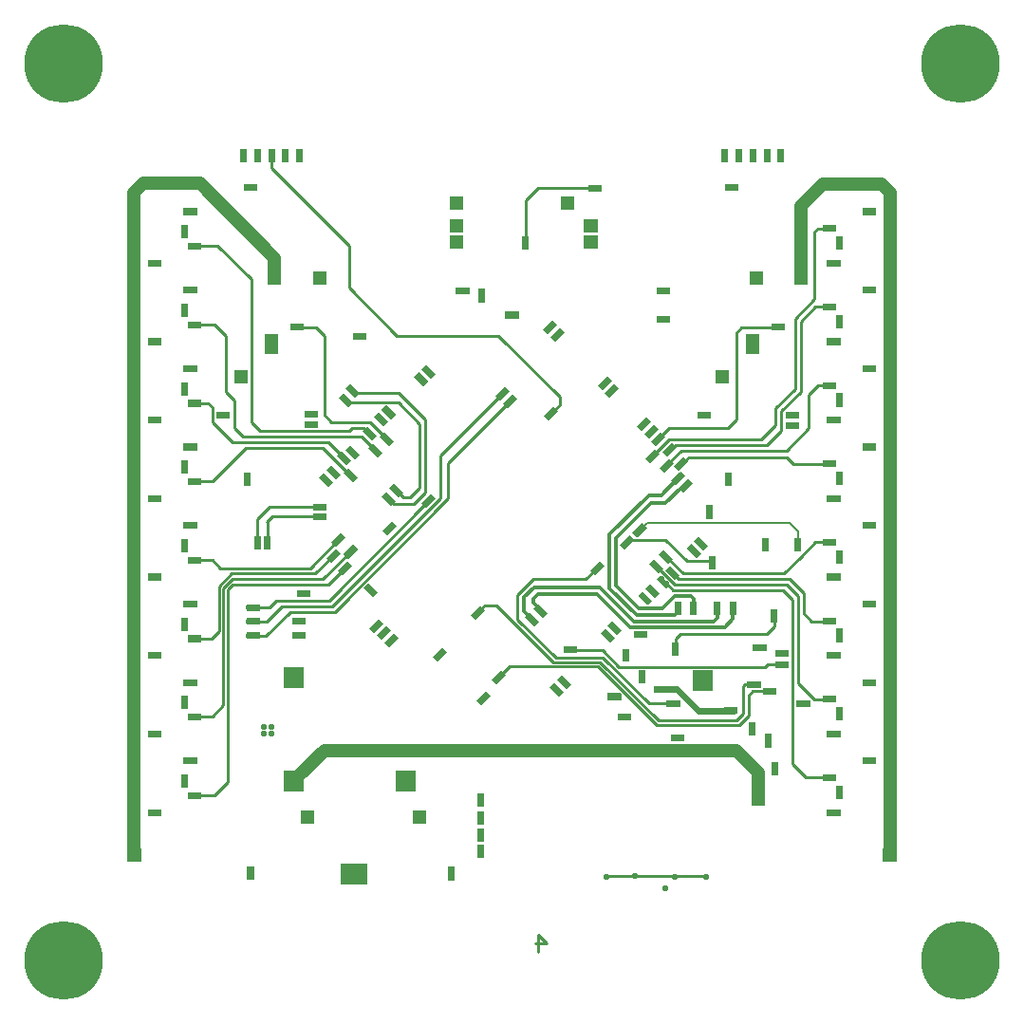
<source format=gbr>
%TF.GenerationSoftware,Altium Limited,Altium Designer,24.0.1 (36)*%
G04 Layer_Physical_Order=4*
G04 Layer_Color=255*
%FSLAX45Y45*%
%MOMM*%
%TF.SameCoordinates,E594D193-3514-40B7-BCFE-BF8AFB9400D8*%
%TF.FilePolarity,Positive*%
%TF.FileFunction,Copper,L4,Bot,Signal*%
%TF.Part,Single*%
G01*
G75*
%TA.AperFunction,Conductor*%
%ADD84C,0.25000*%
%ADD86C,0.25400*%
%ADD88C,0.37000*%
%ADD89C,0.20320*%
%ADD90C,0.60000*%
%ADD93C,0.36876*%
%ADD94C,1.20000*%
%TA.AperFunction,NonConductor*%
%ADD95C,0.25400*%
%TA.AperFunction,ComponentPad*%
%ADD96C,7.00000*%
%ADD97C,1.52400*%
%TA.AperFunction,ViaPad*%
%ADD98C,0.56000*%
G36*
X6929999Y7622500D02*
X6870000D01*
X6869999Y7742500D01*
X6930000D01*
X6929999Y7622500D01*
D02*
G37*
G36*
X6804999D02*
X6745000D01*
X6744999Y7742500D01*
X6805000D01*
X6804999Y7622500D01*
D02*
G37*
G36*
X6679999D02*
X6620000D01*
X6619999Y7742500D01*
X6680000D01*
X6679999Y7622500D01*
D02*
G37*
G36*
X6554999D02*
X6495000D01*
X6494999Y7742500D01*
X6555000D01*
X6554999Y7622500D01*
D02*
G37*
G36*
X6429999D02*
X6370000D01*
X6369999Y7742500D01*
X6430000D01*
X6429999Y7622500D01*
D02*
G37*
G36*
X2634999Y7617500D02*
X2575000D01*
X2574999Y7737500D01*
X2635000D01*
X2634999Y7617500D01*
D02*
G37*
G36*
X2509999D02*
X2450000D01*
X2449999Y7737500D01*
X2510000D01*
X2509999Y7617500D01*
D02*
G37*
G36*
X2384999D02*
X2325000D01*
X2324999Y7737500D01*
X2385000D01*
X2384999Y7617500D01*
D02*
G37*
G36*
X2259999D02*
X2200000D01*
X2199999Y7737500D01*
X2260000D01*
X2259999Y7617500D01*
D02*
G37*
G36*
X2134999D02*
X2075000D01*
X2074999Y7737500D01*
X2135000D01*
X2134999Y7617500D01*
D02*
G37*
G36*
X6522383Y7367643D02*
X6402383D01*
Y7427643D01*
X6522383D01*
Y7367643D01*
D02*
G37*
G36*
X2227383Y7362643D02*
X2107383D01*
Y7422643D01*
X2227383D01*
Y7362643D01*
D02*
G37*
G36*
X5300117Y7359856D02*
X5180118D01*
X5180117Y7419856D01*
X5300117Y7419856D01*
Y7359856D01*
D02*
G37*
G36*
X5053028Y7193242D02*
X4933028D01*
Y7313125D01*
X5053028D01*
Y7193242D01*
D02*
G37*
G36*
X4063028D02*
X3943028D01*
Y7313125D01*
X4063028D01*
Y7193242D01*
D02*
G37*
G36*
X1690000Y7150000D02*
X1570000D01*
Y7210000D01*
X1690000D01*
Y7150000D01*
D02*
G37*
G36*
X7750000Y7209999D02*
Y7149999D01*
X7630000D01*
Y7209999D01*
X7750000Y7209999D01*
D02*
G37*
G36*
X7390000Y6999999D02*
X7270000D01*
Y7059999D01*
X7390000D01*
Y6999999D01*
D02*
G37*
G36*
X5263028Y6993242D02*
X5143028D01*
Y7113125D01*
X5263028D01*
Y6993242D01*
D02*
G37*
G36*
X4063028D02*
X3943028D01*
Y7113125D01*
X4063028D01*
Y6993242D01*
D02*
G37*
G36*
X1610000Y6940000D02*
X1550000D01*
Y7060000D01*
X1610000D01*
X1610000Y6940000D01*
D02*
G37*
G36*
X5263028Y6853242D02*
X5143028D01*
Y6970000D01*
X5263028D01*
Y6853242D01*
D02*
G37*
G36*
X4063028D02*
X3943028D01*
Y6970000D01*
X4063028D01*
Y6853242D01*
D02*
G37*
G36*
X1730000Y6840000D02*
X1610000D01*
Y6900000D01*
X1730000D01*
Y6840000D01*
D02*
G37*
G36*
X7450000Y6839999D02*
X7390000D01*
X7390000Y6959999D01*
X7450000D01*
Y6839999D01*
D02*
G37*
G36*
X4649856Y6839882D02*
X4589856D01*
Y6959882D01*
X4649856Y6959882D01*
X4649856Y6839882D01*
D02*
G37*
G36*
X1370000Y6690000D02*
X1250000Y6690000D01*
Y6750000D01*
X1370000D01*
Y6690000D01*
D02*
G37*
G36*
X7430000Y6689999D02*
X7310000D01*
Y6749999D01*
X7430000D01*
Y6689999D01*
D02*
G37*
G36*
X7137529Y6530000D02*
X7017529D01*
Y6649884D01*
X7137529D01*
Y6530000D01*
D02*
G37*
G36*
X6737529D02*
X6617529D01*
Y6649884D01*
X6737529D01*
Y6530000D01*
D02*
G37*
G36*
X2842528D02*
X2722528D01*
Y6649884D01*
X2842528D01*
Y6530000D01*
D02*
G37*
G36*
X2442529D02*
X2322529D01*
Y6649884D01*
X2442529D01*
Y6530000D01*
D02*
G37*
G36*
X7750000Y6509999D02*
Y6449999D01*
X7630000D01*
Y6509999D01*
X7750000Y6509999D01*
D02*
G37*
G36*
X1690000Y6449999D02*
X1570000D01*
Y6509999D01*
X1690000D01*
Y6449999D01*
D02*
G37*
G36*
X5911568Y6443210D02*
X5791568Y6443210D01*
X5791569Y6503211D01*
X5911568Y6503211D01*
Y6443210D01*
D02*
G37*
G36*
X4119424Y6502856D02*
Y6442856D01*
X3999424Y6442856D01*
Y6502856D01*
X4119424Y6502856D01*
D02*
G37*
G36*
X4262856Y6370576D02*
X4202856D01*
X4202856Y6490576D01*
X4262856D01*
X4262856Y6370576D01*
D02*
G37*
G36*
X7390000Y6299999D02*
X7270000D01*
Y6359999D01*
X7390000D01*
Y6299999D01*
D02*
G37*
G36*
X1610000Y6239999D02*
X1550000D01*
Y6359999D01*
X1610000D01*
X1610000Y6239999D01*
D02*
G37*
G36*
X4560576Y6227144D02*
X4440576D01*
Y6287144D01*
X4560576Y6287144D01*
Y6227144D01*
D02*
G37*
G36*
X5911568Y6188210D02*
X5791568Y6188210D01*
X5791569Y6248211D01*
X5911568Y6248211D01*
Y6188210D01*
D02*
G37*
G36*
X7450000Y6139999D02*
X7390000D01*
X7390000Y6259999D01*
X7450000D01*
Y6139999D01*
D02*
G37*
G36*
X1730000Y6139999D02*
X1610000D01*
Y6199999D01*
X1730000D01*
Y6139999D01*
D02*
G37*
G36*
X6937383Y6117643D02*
X6817383D01*
Y6177643D01*
X6937383D01*
Y6117643D01*
D02*
G37*
G36*
X2642383D02*
X2522383D01*
Y6177643D01*
X2642383D01*
Y6117643D01*
D02*
G37*
G36*
X4900052Y6169653D02*
X4815200Y6084800D01*
X4772773Y6127227D01*
X4857626Y6212080D01*
X4900052Y6169653D01*
D02*
G37*
G36*
X3201568Y6033210D02*
X3081568Y6033210D01*
X3081569Y6093211D01*
X3201568Y6093211D01*
Y6033210D01*
D02*
G37*
G36*
X4966621Y6103085D02*
X4881768Y6018232D01*
X4839342Y6060658D01*
X4924194Y6145511D01*
X4966621Y6103085D01*
D02*
G37*
G36*
X7430000Y5989999D02*
X7310000D01*
Y6049999D01*
X7430000D01*
Y5989999D01*
D02*
G37*
G36*
X1370000Y5989999D02*
X1250000Y5989999D01*
Y6049999D01*
X1370000D01*
Y5989999D01*
D02*
G37*
G36*
X6710000Y6030000D02*
Y5970000D01*
Y5910000D01*
X6590000Y5910000D01*
Y5970000D01*
Y6030000D01*
X6710000D01*
X6590000Y6030000D01*
Y6090000D01*
X6710000D01*
Y6030000D01*
D02*
G37*
G36*
X2415000D02*
Y5970000D01*
Y5910000D01*
X2295000Y5910000D01*
Y5970000D01*
Y6030000D01*
X2415000D01*
X2295000Y6030000D01*
Y6090000D01*
X2415000D01*
Y6030000D01*
D02*
G37*
G36*
X7750000Y5809999D02*
Y5749999D01*
X7630000D01*
Y5810000D01*
X7750000Y5809999D01*
D02*
G37*
G36*
X1690000Y5749999D02*
X1570000D01*
Y5809999D01*
X1690000D01*
Y5749999D01*
D02*
G37*
G36*
X3821768Y5731768D02*
X3779342Y5689342D01*
X3694489Y5774194D01*
X3736915Y5816621D01*
X3821768Y5731768D01*
D02*
G37*
G36*
X2140028Y5650000D02*
X2020028D01*
Y5769883D01*
X2140028D01*
Y5650000D01*
D02*
G37*
G36*
X6433028Y5643242D02*
X6313028D01*
Y5763125D01*
X6433028D01*
Y5643242D01*
D02*
G37*
G36*
X3755200Y5665200D02*
X3712773Y5622773D01*
X3627920Y5707626D01*
X3670347Y5750053D01*
X3755200Y5665200D01*
D02*
G37*
G36*
X7390000Y5599999D02*
X7270000D01*
Y5660000D01*
X7390000D01*
Y5599999D01*
D02*
G37*
G36*
X5390052Y5669653D02*
X5305200Y5584800D01*
X5262773Y5627227D01*
X5347626Y5712080D01*
X5390052Y5669653D01*
D02*
G37*
G36*
X1610000Y5539999D02*
X1550000D01*
Y5659999D01*
X1610000D01*
X1610000Y5539999D01*
D02*
G37*
G36*
X3142583Y5562375D02*
X3100156Y5519948D01*
X3015303Y5604801D01*
X3057730Y5647228D01*
X3142583Y5562375D01*
D02*
G37*
G36*
X5456621Y5603085D02*
X5371768Y5518232D01*
X5329342Y5560658D01*
X5414194Y5645511D01*
X5456621Y5603085D01*
D02*
G37*
G36*
X4480053Y5579653D02*
X4395200Y5494800D01*
X4352773Y5537227D01*
X4437626Y5622080D01*
X4480053Y5579653D01*
D02*
G37*
G36*
X7450000Y5440000D02*
X7390000D01*
X7390000Y5560000D01*
X7450000D01*
Y5440000D01*
D02*
G37*
G36*
X1730000Y5439999D02*
X1610000D01*
Y5499999D01*
X1730000D01*
Y5439999D01*
D02*
G37*
G36*
X3086015Y5480806D02*
X3043588Y5438380D01*
X2958735Y5523233D01*
X3001162Y5565659D01*
X3086015Y5480806D01*
D02*
G37*
G36*
X4546621Y5513085D02*
X4461768Y5428232D01*
X4419342Y5470658D01*
X4504194Y5555511D01*
X4546621Y5513085D01*
D02*
G37*
G36*
X2770000Y5340000D02*
X2650000Y5340000D01*
Y5400000D01*
X2770000D01*
Y5340000D01*
D02*
G37*
G36*
X7064882Y5330144D02*
X6944882Y5330144D01*
Y5390144D01*
X7064882D01*
Y5330144D01*
D02*
G37*
G36*
X6277500Y5330000D02*
X6157500Y5330001D01*
Y5390000D01*
X6277500D01*
Y5330000D01*
D02*
G37*
G36*
X1982500D02*
X1862500Y5330001D01*
Y5390000D01*
X1982500D01*
Y5330000D01*
D02*
G37*
G36*
X3461768Y5371768D02*
X3419342Y5329342D01*
X3334489Y5414194D01*
X3369601Y5449306D01*
X3384230D01*
X3461768Y5371768D01*
D02*
G37*
G36*
X4915053Y5402153D02*
X4830200Y5317300D01*
X4787774Y5359727D01*
X4872626Y5444580D01*
X4915053Y5402153D01*
D02*
G37*
G36*
X7430000Y5289999D02*
X7310000D01*
Y5349999D01*
X7430000D01*
Y5289999D01*
D02*
G37*
G36*
X1370000Y5289999D02*
X1250000Y5289999D01*
Y5349999D01*
X1370000D01*
Y5289999D01*
D02*
G37*
G36*
X3395200Y5305200D02*
X3352773Y5262773D01*
X3267920Y5347626D01*
X3310347Y5390052D01*
X3395200Y5305200D01*
D02*
G37*
G36*
X2769882Y5252644D02*
X2649882Y5252644D01*
Y5312644D01*
X2769882D01*
Y5252644D01*
D02*
G37*
G36*
X7065393Y5242692D02*
X6945393Y5242692D01*
Y5302692D01*
X7065393D01*
Y5242692D01*
D02*
G37*
G36*
X5740053Y5309653D02*
X5655200Y5224800D01*
X5612773Y5267227D01*
X5697626Y5352080D01*
X5740053Y5309653D01*
D02*
G37*
G36*
X5806621Y5243085D02*
X5721768Y5158232D01*
X5679342Y5200658D01*
X5764194Y5285511D01*
X5806621Y5243085D01*
D02*
G37*
G36*
X3292426Y5185000D02*
X3250000Y5142574D01*
X3165147Y5227426D01*
X3207574Y5269853D01*
X3292426Y5185000D01*
D02*
G37*
G36*
X3442261Y5132390D02*
X3399834Y5089963D01*
X3314982Y5174816D01*
X3357408Y5217242D01*
X3442261Y5132390D01*
D02*
G37*
G36*
X5867243Y5172592D02*
X5782390Y5087739D01*
X5739964Y5130166D01*
X5824816Y5215018D01*
X5867243Y5172592D01*
D02*
G37*
G36*
X7750000Y5109999D02*
Y5050000D01*
X7630000D01*
Y5110000D01*
X7750000Y5109999D01*
D02*
G37*
G36*
X1690000Y5049999D02*
X1570000D01*
Y5109999D01*
X1690000D01*
Y5049999D01*
D02*
G37*
G36*
X5970710Y5078284D02*
X5885858Y4993432D01*
X5843431Y5035858D01*
X5928284Y5120711D01*
X5970710Y5078284D01*
D02*
G37*
G36*
X3344853Y5032574D02*
X3302426Y4990147D01*
X3217574Y5075000D01*
X3260000Y5117426D01*
X3344853Y5032574D01*
D02*
G37*
G36*
X3141569Y5010000D02*
X3099142Y4967574D01*
X3014289Y5052427D01*
X3056716Y5094853D01*
X3141569Y5010000D01*
D02*
G37*
G36*
X5814853Y5022426D02*
X5730000Y4937574D01*
X5687574Y4980000D01*
X5772426Y5064853D01*
X5814853Y5022426D01*
D02*
G37*
G36*
X3066569Y4960000D02*
X3024142Y4917574D01*
X2939290Y5002427D01*
X2981716Y5044853D01*
X3066569Y4960000D01*
D02*
G37*
G36*
X7390000Y4900000D02*
X7270000D01*
Y4960000D01*
X7390000D01*
Y4900000D01*
D02*
G37*
G36*
X6071924Y4949498D02*
X5987071Y4864645D01*
X5944644Y4907071D01*
X6029497Y4991924D01*
X6071924Y4949498D01*
D02*
G37*
G36*
X5941924Y4939498D02*
X5857071Y4854645D01*
X5814645Y4897071D01*
X5899497Y4981924D01*
X5941924Y4939498D01*
D02*
G37*
G36*
X1610000Y4839999D02*
X1550000D01*
Y4959999D01*
X1610000D01*
X1610000Y4839999D01*
D02*
G37*
G36*
X2971768Y4831768D02*
X2929342Y4789342D01*
X2844489Y4874194D01*
X2886915Y4916621D01*
X2971768Y4831768D01*
D02*
G37*
G36*
X3124853Y4812573D02*
X3082426Y4770146D01*
X2997574Y4854999D01*
X3040000Y4897425D01*
X3124853Y4812573D01*
D02*
G37*
G36*
X7450000Y4740000D02*
X7390000D01*
X7390000Y4860000D01*
X7450000D01*
Y4740000D01*
D02*
G37*
G36*
X1730000Y4739999D02*
X1610000D01*
Y4799999D01*
X1730000D01*
Y4739999D01*
D02*
G37*
G36*
X6044780Y4822279D02*
X5959927Y4737427D01*
X5917500Y4779853D01*
X5989587Y4851940D01*
X5996791Y4854925D01*
X6004463Y4862596D01*
X6044780Y4822279D01*
D02*
G37*
G36*
X6462383Y4732644D02*
X6402383D01*
X6402383Y4852644D01*
X6462383D01*
Y4732644D01*
D02*
G37*
G36*
X2167383D02*
X2107383D01*
X2107383Y4852644D01*
X2167383D01*
Y4732644D01*
D02*
G37*
G36*
X2905200Y4765200D02*
X2862773Y4722773D01*
X2777920Y4807626D01*
X2820347Y4850053D01*
X2905200Y4765200D01*
D02*
G37*
G36*
X6114780Y4757279D02*
X6029927Y4672427D01*
X5987500Y4714853D01*
X6072353Y4799706D01*
X6114780Y4757279D01*
D02*
G37*
G36*
X3531265Y4671767D02*
X3488838Y4629341D01*
X3403985Y4714194D01*
X3446412Y4756620D01*
X3531265Y4671767D01*
D02*
G37*
G36*
X7430000Y4589999D02*
X7310000D01*
Y4650000D01*
X7430000D01*
Y4589999D01*
D02*
G37*
G36*
X1370000Y4589999D02*
X1250000Y4589999D01*
Y4649999D01*
X1370000D01*
Y4589999D01*
D02*
G37*
G36*
X3462427Y4597574D02*
X3420000Y4555147D01*
X3335147Y4640000D01*
X3377574Y4682426D01*
X3462427Y4597574D01*
D02*
G37*
G36*
X3820053Y4619653D02*
X3735200Y4534800D01*
X3692773Y4577227D01*
X3777626Y4662080D01*
X3820053Y4619653D01*
D02*
G37*
G36*
X2848431Y4575932D02*
X2848431Y4515932D01*
X2728431Y4515932D01*
Y4575932D01*
X2848431Y4575932D01*
D02*
G37*
G36*
X6287856Y4440576D02*
X6227856D01*
X6227856Y4560576D01*
X6287856D01*
Y4440576D01*
D02*
G37*
G36*
X2848431Y4425932D02*
X2728431Y4425932D01*
Y4485932D01*
X2848431Y4485932D01*
X2848431Y4425932D01*
D02*
G37*
G36*
X7750000Y4410000D02*
Y4350000D01*
X7630000D01*
Y4410000D01*
X7750000Y4410000D01*
D02*
G37*
G36*
X1690000Y4349999D02*
X1570000D01*
Y4410000D01*
X1690000D01*
Y4349999D01*
D02*
G37*
G36*
X3472479Y4374592D02*
X3387626Y4289739D01*
X3345199Y4332166D01*
X3430052Y4417019D01*
X3472479Y4374592D01*
D02*
G37*
G36*
X5702500Y4360147D02*
X5620805Y4278452D01*
X5614490D01*
X5575220Y4317721D01*
X5660074Y4402574D01*
X5702500Y4360147D01*
D02*
G37*
G36*
X7390000Y4200000D02*
X7270000D01*
Y4260000D01*
X7390000D01*
Y4200000D01*
D02*
G37*
G36*
X3018285Y4275857D02*
X2933432Y4191005D01*
X2891006Y4233431D01*
X2975859Y4318284D01*
X3018285Y4275857D01*
D02*
G37*
G36*
X2348210Y4288431D02*
X2348210Y4168432D01*
X2288210D01*
X2288210Y4288432D01*
X2348210Y4288431D01*
D02*
G37*
G36*
X2258211D02*
X2258211Y4168432D01*
X2198210D01*
X2198210Y4288432D01*
X2258211Y4288431D01*
D02*
G37*
G36*
X5592446Y4252758D02*
X5507593Y4167905D01*
X5465166Y4210332D01*
X5550019Y4295185D01*
X5592446Y4252758D01*
D02*
G37*
G36*
X6251768Y4201768D02*
X6209342Y4159342D01*
X6124489Y4244194D01*
X6166915Y4286621D01*
X6251768Y4201768D01*
D02*
G37*
G36*
X6789948Y4150157D02*
X6729947Y4150156D01*
X6729948Y4270156D01*
X6789948Y4270157D01*
Y4150157D01*
D02*
G37*
G36*
X7079948Y4150156D02*
X7019948Y4150156D01*
X7019948Y4270156D01*
X7079948Y4270156D01*
Y4150156D01*
D02*
G37*
G36*
X1610000Y4139999D02*
X1550000D01*
Y4259999D01*
X1610000D01*
X1610000Y4139999D01*
D02*
G37*
G36*
X6185200Y4135200D02*
X6142773Y4092773D01*
X6057920Y4177626D01*
X6100347Y4220053D01*
X6185200Y4135200D01*
D02*
G37*
G36*
X3123285Y4170000D02*
X3038433Y4085147D01*
X2996006Y4127573D01*
X3080859Y4212426D01*
X3123285Y4170000D01*
D02*
G37*
G36*
X2968285Y4130000D02*
X2883432Y4045147D01*
X2841005Y4087573D01*
X2925858Y4172426D01*
X2968285Y4130000D01*
D02*
G37*
G36*
X5934142Y4084143D02*
X5891716Y4041716D01*
X5806863Y4126569D01*
X5849289Y4168995D01*
X5934142Y4084143D01*
D02*
G37*
G36*
X7450000Y4040000D02*
X7390000D01*
X7390000Y4160000D01*
X7450000D01*
Y4040000D01*
D02*
G37*
G36*
X1730000Y4039999D02*
X1610000D01*
Y4099999D01*
X1730000D01*
Y4039999D01*
D02*
G37*
G36*
X6319948Y3990156D02*
X6259948Y3990156D01*
X6259948Y4110156D01*
X6319948Y4110156D01*
Y3990156D01*
D02*
G37*
G36*
X5850711Y3997574D02*
X5808284Y3955147D01*
X5723432Y4040000D01*
X5765858Y4082426D01*
X5850711Y3997574D01*
D02*
G37*
G36*
X5322500Y4020148D02*
X5237647Y3935295D01*
X5195220Y3977721D01*
X5280073Y4062574D01*
X5322500Y4020148D01*
D02*
G37*
G36*
X3076569Y4020000D02*
X2991716Y3935147D01*
X2949290Y3977573D01*
X3034143Y4062426D01*
X3076569Y4020000D01*
D02*
G37*
G36*
X5994142Y3934143D02*
X5951716Y3891716D01*
X5866863Y3976569D01*
X5909289Y4018995D01*
X5994142Y3934143D01*
D02*
G37*
G36*
X7430000Y3890000D02*
X7310000D01*
Y3950000D01*
X7430000D01*
Y3890000D01*
D02*
G37*
G36*
X1370000Y3889999D02*
X1250000Y3890000D01*
Y3949999D01*
X1370000D01*
Y3889999D01*
D02*
G37*
G36*
X5913903Y3855619D02*
X5872929Y3814644D01*
X5788076Y3899497D01*
X5829050Y3940472D01*
X5913903Y3855619D01*
D02*
G37*
G36*
X2701568Y3743210D02*
X2581568Y3743210D01*
X2581569Y3803211D01*
X2701568Y3803211D01*
Y3743210D01*
D02*
G37*
G36*
X3299461Y3785522D02*
X3257034Y3743095D01*
X3173232Y3826896D01*
X3215659Y3869323D01*
X3299461Y3785522D01*
D02*
G37*
G36*
X5818545Y3778839D02*
X5776118Y3736413D01*
X5691265Y3821265D01*
X5733692Y3863692D01*
X5818545Y3778839D01*
D02*
G37*
G36*
X5751976Y3712271D02*
X5711517Y3671811D01*
X5707583D01*
X5624697Y3754697D01*
X5667124Y3797124D01*
X5751976Y3712271D01*
D02*
G37*
G36*
X7750000Y3710000D02*
Y3650000D01*
X7630000D01*
Y3710000D01*
X7750000Y3710000D01*
D02*
G37*
G36*
X1690000Y3650000D02*
X1570000D01*
Y3710000D01*
X1690000D01*
Y3650000D01*
D02*
G37*
G36*
X2254068Y3618210D02*
X2134068Y3618210D01*
X2134069Y3678211D01*
X2254068Y3678211D01*
Y3618210D01*
D02*
G37*
G36*
X6500052Y3579844D02*
X6440052Y3579843D01*
Y3699844D01*
X6500052Y3699844D01*
Y3579844D01*
D02*
G37*
G36*
X6360052D02*
X6300052Y3579843D01*
Y3699844D01*
X6360052Y3699844D01*
Y3579844D01*
D02*
G37*
G36*
X6150052D02*
X6090052Y3579843D01*
Y3699844D01*
X6150052Y3699844D01*
Y3579844D01*
D02*
G37*
G36*
X6010052D02*
X5950052Y3579843D01*
Y3699844D01*
X6010052Y3699844D01*
Y3579844D01*
D02*
G37*
G36*
X4817574Y3599927D02*
X4775148Y3557500D01*
X4690295Y3642353D01*
X4732721Y3684780D01*
X4817574Y3599927D01*
D02*
G37*
G36*
X4263085Y3624194D02*
X4178232Y3539341D01*
X4135805Y3581768D01*
X4220658Y3666621D01*
X4263085Y3624194D01*
D02*
G37*
G36*
X6869948Y3510157D02*
X6809948Y3510156D01*
X6809948Y3630156D01*
X6869948Y3630157D01*
Y3510157D01*
D02*
G37*
G36*
X7390000Y3500000D02*
X7270000D01*
Y3560000D01*
X7390000D01*
Y3500000D01*
D02*
G37*
G36*
X2661568Y3493210D02*
X2541568Y3493210D01*
X2541568Y3553211D01*
X2661568Y3553211D01*
Y3493210D01*
D02*
G37*
G36*
X2254068D02*
X2134068Y3493210D01*
X2134069Y3553211D01*
X2254068Y3553211D01*
Y3493210D01*
D02*
G37*
G36*
X4742574Y3524927D02*
X4700148Y3482500D01*
X4615295Y3567353D01*
X4657721Y3609780D01*
X4742574Y3524927D01*
D02*
G37*
G36*
X1610000Y3439999D02*
X1550000D01*
Y3559999D01*
X1610000D01*
X1610000Y3439999D01*
D02*
G37*
G36*
X3350658Y3509342D02*
X3265806Y3424489D01*
X3223379Y3466915D01*
X3308232Y3551768D01*
X3350658Y3509342D01*
D02*
G37*
G36*
X5482080Y3442374D02*
X5439653Y3399947D01*
X5354800Y3484800D01*
X5397227Y3527227D01*
X5482080Y3442374D01*
D02*
G37*
G36*
X5709844Y3379948D02*
X5589844Y3379948D01*
X5589844Y3439948D01*
X5709844D01*
X5709844Y3379948D01*
D02*
G37*
G36*
X2661568Y3368210D02*
X2541568Y3368210D01*
X2541568Y3428211D01*
X2661568Y3428211D01*
Y3368210D01*
D02*
G37*
G36*
X2254068Y3365710D02*
X2134068Y3365710D01*
X2134069Y3425710D01*
X2254068Y3425711D01*
Y3365710D01*
D02*
G37*
G36*
X3417227Y3442773D02*
X3332374Y3357920D01*
X3289947Y3400347D01*
X3374800Y3485200D01*
X3417227Y3442773D01*
D02*
G37*
G36*
X7450000Y3340000D02*
X7390000D01*
X7390000Y3460000D01*
X7450000D01*
Y3340000D01*
D02*
G37*
G36*
X1730000Y3339999D02*
X1610000D01*
Y3400000D01*
X1730000D01*
Y3339999D01*
D02*
G37*
G36*
X5415511Y3375806D02*
X5373085Y3333379D01*
X5288232Y3418232D01*
X5330658Y3460658D01*
X5415511Y3375806D01*
D02*
G37*
G36*
X3488063Y3375902D02*
X3403210Y3291050D01*
X3360784Y3333476D01*
X3445636Y3418329D01*
X3488063Y3375902D01*
D02*
G37*
G36*
X6770156Y3320052D02*
X6770156Y3260052D01*
X6650156Y3260052D01*
X6650156Y3320053D01*
X6770156Y3320052D01*
D02*
G37*
G36*
X5080000Y3242500D02*
X4960000Y3242500D01*
Y3302501D01*
X5080000D01*
Y3242500D01*
D02*
G37*
G36*
X5990052Y3219844D02*
X5930052Y3219843D01*
Y3339843D01*
X5990053Y3339844D01*
X5990052Y3219844D01*
D02*
G37*
G36*
X6970156Y3270052D02*
X6970156Y3210053D01*
X6850156Y3210052D01*
X6850156Y3270053D01*
X6970156Y3270052D01*
D02*
G37*
G36*
X7430000Y3190000D02*
X7310000D01*
Y3250000D01*
X7430000D01*
Y3190000D01*
D02*
G37*
G36*
X1370000Y3189999D02*
X1250000Y3190000D01*
Y3250000D01*
X1370000D01*
Y3189999D01*
D02*
G37*
G36*
X3922479Y3254592D02*
X3837626Y3169739D01*
X3795199Y3212166D01*
X3880052Y3297019D01*
X3922479Y3254592D01*
D02*
G37*
G36*
X5546790Y3165746D02*
X5486789D01*
X5486789Y3279068D01*
X5546790D01*
X5546790Y3165746D01*
D02*
G37*
G36*
X6970156Y3170052D02*
X6970156Y3110052D01*
X6850156Y3110052D01*
X6850156Y3170053D01*
X6970156Y3170052D01*
D02*
G37*
G36*
X5693211Y3088431D02*
X5693211Y2968432D01*
X5633210D01*
X5633210Y3088432D01*
X5693211Y3088431D01*
D02*
G37*
G36*
X4443085Y3044195D02*
X4358232Y2959342D01*
X4315805Y3001768D01*
X4400658Y3086621D01*
X4443085Y3044195D01*
D02*
G37*
G36*
X7750000Y3010000D02*
Y2950000D01*
X7630000D01*
Y3010000D01*
X7750000Y3010000D01*
D02*
G37*
G36*
X1690000Y2950000D02*
X1570000D01*
Y3010000D01*
X1690000D01*
Y2950000D01*
D02*
G37*
G36*
X2639999Y2932500D02*
X2459856D01*
Y3114883D01*
X2639999D01*
Y2932500D01*
D02*
G37*
G36*
X6719883Y2930143D02*
X6599883D01*
Y2990143D01*
X6719883D01*
Y2930143D01*
D02*
G37*
G36*
X5032080Y2962374D02*
X4989653Y2919947D01*
X4904800Y3004800D01*
X4947227Y3047227D01*
X5032080Y2962374D01*
D02*
G37*
G36*
X6289999Y2907500D02*
X6109856D01*
Y3089883D01*
X6289999D01*
Y2907500D01*
D02*
G37*
G36*
X5889844Y2889947D02*
X5769844Y2889948D01*
X5769843Y2949948D01*
X5889843D01*
X5889844Y2889947D01*
D02*
G37*
G36*
X6859883Y2870143D02*
X6739883D01*
Y2930143D01*
X6859883D01*
Y2870143D01*
D02*
G37*
G36*
X4965512Y2895805D02*
X4923085Y2853379D01*
X4838232Y2938232D01*
X4880659Y2980658D01*
X4965512Y2895805D01*
D02*
G37*
G36*
X5474068Y2879595D02*
Y2823210D01*
X5354068Y2823210D01*
X5354069Y2883210D01*
X5470453Y2883211D01*
X5474068Y2879595D01*
D02*
G37*
G36*
X7390000Y2800000D02*
X7270000D01*
Y2860000D01*
X7390000D01*
Y2800000D01*
D02*
G37*
G36*
X4312479Y2864592D02*
X4227626Y2779739D01*
X4185199Y2822166D01*
X4270052Y2907019D01*
X4312479Y2864592D01*
D02*
G37*
G36*
X7160156Y2820052D02*
X7160157Y2760052D01*
X7040157Y2760052D01*
X7040156Y2820053D01*
X7160156Y2820052D01*
D02*
G37*
G36*
X5999844Y2759947D02*
X5879844Y2759948D01*
X5879843Y2819948D01*
X5999843D01*
X5999844Y2759947D01*
D02*
G37*
G36*
X1610000Y2740000D02*
X1550000D01*
Y2860000D01*
X1610000D01*
X1610000Y2740000D01*
D02*
G37*
G36*
X6510156Y2760052D02*
X6510157Y2700052D01*
X6390157D01*
X6390156Y2760052D01*
X6510156Y2760052D01*
D02*
G37*
G36*
X5560156Y2700052D02*
X5560157Y2640052D01*
X5440157Y2640052D01*
X5440156Y2700053D01*
X5560156Y2700052D01*
D02*
G37*
G36*
X7450000Y2640000D02*
X7390000D01*
X7390000Y2760000D01*
X7450000D01*
Y2640000D01*
D02*
G37*
G36*
X1730000Y2640000D02*
X1610000D01*
Y2700000D01*
X1730000D01*
Y2640000D01*
D02*
G37*
G36*
X2322039Y2609576D02*
X2321627Y2609181D01*
X2321220Y2608780D01*
X2320819Y2608373D01*
X2320424Y2607961D01*
X2320035Y2607544D01*
X2320000Y2607505D01*
X2319965Y2607544D01*
X2319576Y2607961D01*
X2319181Y2608373D01*
X2318780Y2608780D01*
X2318374Y2609181D01*
X2317961Y2609576D01*
X2317631Y2609884D01*
X2322369D01*
X2322039Y2609576D01*
D02*
G37*
G36*
X2382528Y2604463D02*
X2382521Y2604474D01*
X2382174Y2604928D01*
X2381821Y2605377D01*
X2381462Y2605820D01*
X2381097Y2606259D01*
X2380726Y2606693D01*
X2380349Y2607121D01*
X2379965Y2607544D01*
X2379576Y2607961D01*
X2379181Y2608373D01*
X2378780Y2608780D01*
X2378374Y2609181D01*
X2377961Y2609576D01*
X2377631Y2609884D01*
X2382528D01*
Y2604463D01*
D02*
G37*
G36*
X2320035Y2552456D02*
X2320424Y2552039D01*
X2320819Y2551626D01*
X2321220Y2551220D01*
X2321627Y2550819D01*
X2322039Y2550424D01*
X2322456Y2550035D01*
X2322495Y2550000D01*
X2322456Y2549965D01*
X2322039Y2549576D01*
X2321627Y2549181D01*
X2321220Y2548780D01*
X2320819Y2548374D01*
X2320424Y2547961D01*
X2320035Y2547544D01*
X2320000Y2547505D01*
X2319965Y2547544D01*
X2319576Y2547961D01*
X2319181Y2548374D01*
X2318780Y2548780D01*
X2318374Y2549181D01*
X2317961Y2549576D01*
X2317544Y2549965D01*
X2317505Y2550000D01*
X2317544Y2550035D01*
X2317961Y2550424D01*
X2318374Y2550819D01*
X2318780Y2551220D01*
X2319181Y2551626D01*
X2319576Y2552039D01*
X2319965Y2552456D01*
X2320000Y2552495D01*
X2320035Y2552456D01*
D02*
G37*
G36*
X2382528Y2544464D02*
X2382521Y2544474D01*
X2382174Y2544928D01*
X2381821Y2545377D01*
X2381462Y2545820D01*
X2381097Y2546259D01*
X2380726Y2546693D01*
X2380349Y2547121D01*
X2379965Y2547544D01*
X2379576Y2547961D01*
X2379181Y2548374D01*
X2378780Y2548780D01*
X2378374Y2549181D01*
X2377961Y2549576D01*
X2377544Y2549965D01*
X2377506Y2550000D01*
X2377544Y2550035D01*
X2377961Y2550424D01*
X2378374Y2550819D01*
X2378780Y2551220D01*
X2379181Y2551626D01*
X2379576Y2552039D01*
X2379965Y2552456D01*
X2380349Y2552879D01*
X2380726Y2553307D01*
X2381097Y2553741D01*
X2381462Y2554180D01*
X2381821Y2554623D01*
X2382174Y2555072D01*
X2382521Y2555526D01*
X2382528Y2555536D01*
Y2544464D01*
D02*
G37*
G36*
X6673210Y2628431D02*
X6673211Y2508432D01*
X6613210D01*
X6613210Y2628432D01*
X6673210Y2628431D01*
D02*
G37*
G36*
X2382528Y2490000D02*
X2377506D01*
X2377544Y2490035D01*
X2377961Y2490424D01*
X2378374Y2490819D01*
X2378780Y2491220D01*
X2379181Y2491626D01*
X2379576Y2492039D01*
X2379965Y2492456D01*
X2380349Y2492879D01*
X2380726Y2493307D01*
X2381097Y2493741D01*
X2381462Y2494180D01*
X2381821Y2494623D01*
X2382174Y2495072D01*
X2382521Y2495526D01*
X2382528Y2495537D01*
Y2490000D01*
D02*
G37*
G36*
X2320035Y2492456D02*
X2320424Y2492039D01*
X2320819Y2491626D01*
X2321220Y2491220D01*
X2321627Y2490819D01*
X2322039Y2490424D01*
X2322456Y2490035D01*
X2322494Y2490000D01*
X2317506D01*
X2317544Y2490035D01*
X2317961Y2490424D01*
X2318374Y2490819D01*
X2318780Y2491220D01*
X2319181Y2491626D01*
X2319576Y2492039D01*
X2319965Y2492456D01*
X2320000Y2492495D01*
X2320035Y2492456D01*
D02*
G37*
G36*
X7430000Y2490000D02*
X7310000D01*
Y2550000D01*
X7430000D01*
Y2490000D01*
D02*
G37*
G36*
X1370000Y2490000D02*
X1250000Y2490000D01*
Y2550000D01*
X1370000D01*
Y2490000D01*
D02*
G37*
G36*
X6038432Y2516790D02*
X6038431Y2456790D01*
X5918432Y2456789D01*
Y2516790D01*
X6038432Y2516790D01*
D02*
G37*
G36*
X6812500Y2400000D02*
X6752500D01*
X6752500Y2520000D01*
X6812500D01*
Y2400000D01*
D02*
G37*
G36*
X7750000Y2310000D02*
Y2250000D01*
X7630000D01*
Y2310000D01*
X7750000Y2310000D01*
D02*
G37*
G36*
X1690000Y2250000D02*
X1570000D01*
Y2310000D01*
X1690000D01*
Y2250000D01*
D02*
G37*
G36*
X6873211Y2268432D02*
X6873211Y2148432D01*
X6813210D01*
X6813210Y2268432D01*
X6873211Y2268432D01*
D02*
G37*
G36*
X7390000Y2100000D02*
X7270000D01*
Y2160000D01*
X7390000D01*
Y2100000D01*
D02*
G37*
G36*
X1610000Y2040000D02*
X1550000D01*
Y2160000D01*
X1610000D01*
X1610000Y2040000D01*
D02*
G37*
G36*
X3639999Y2007500D02*
X3459856D01*
Y2189883D01*
X3639999D01*
Y2007500D01*
D02*
G37*
G36*
X2639999D02*
X2459856D01*
Y2189883D01*
X2639999D01*
Y2007500D01*
D02*
G37*
G36*
X7450000Y1940000D02*
X7390000D01*
X7390000Y2060000D01*
X7450000D01*
Y1940000D01*
D02*
G37*
G36*
X1730000Y1940000D02*
X1610000D01*
Y2000000D01*
X1730000D01*
Y1940000D01*
D02*
G37*
G36*
X6759856Y1880000D02*
X6639856D01*
Y1999883D01*
X6759856D01*
Y1880000D01*
D02*
G37*
G36*
X4250000Y1870000D02*
X4190000Y1870000D01*
X4190000Y1990000D01*
X4250000D01*
Y1870000D01*
D02*
G37*
G36*
X7430000Y1790000D02*
X7310000D01*
Y1850000D01*
X7430000D01*
Y1790000D01*
D02*
G37*
G36*
X1370000Y1790000D02*
X1250000Y1790000D01*
Y1850000D01*
X1370000D01*
Y1790000D01*
D02*
G37*
G36*
X3737528Y1715000D02*
X3617528D01*
Y1834884D01*
X3737528D01*
Y1715000D01*
D02*
G37*
G36*
X2732528D02*
X2612528D01*
Y1834884D01*
X2732528D01*
Y1715000D01*
D02*
G37*
G36*
X4250000Y1710000D02*
X4190000Y1710000D01*
X4190000Y1830000D01*
X4250000D01*
Y1710000D01*
D02*
G37*
G36*
Y1560000D02*
X4190000Y1560000D01*
X4190000Y1680000D01*
X4250000D01*
Y1560000D01*
D02*
G37*
G36*
Y1410000D02*
X4190000Y1410000D01*
X4190000Y1530000D01*
X4250000D01*
Y1410000D01*
D02*
G37*
G36*
X7929856Y1380000D02*
X7809856D01*
Y1499883D01*
X7929856D01*
Y1380000D01*
D02*
G37*
G36*
X1189856D02*
X1069856D01*
Y1499883D01*
X1189856D01*
Y1380000D01*
D02*
G37*
G36*
X2197448Y1215157D02*
X2137448Y1215156D01*
X2137448Y1335156D01*
X2197448Y1335157D01*
Y1215157D01*
D02*
G37*
G36*
X3987552Y1214844D02*
X3927552Y1214843D01*
Y1334843D01*
X3987552Y1334844D01*
Y1214844D01*
D02*
G37*
G36*
X3210000Y1177499D02*
X2969855D01*
Y1359882D01*
X3210000D01*
Y1177499D01*
D02*
G37*
D84*
X3930000Y4940000D02*
X4460000Y5470000D01*
X3930000Y4620000D02*
Y4940000D01*
X3420000Y4600000D02*
X3450000Y4570000D01*
X3620000D01*
X5867242Y4252758D02*
X6060000Y4060000D01*
X6269792D02*
X6289948Y4080156D01*
X6060000Y4060000D02*
X6269792D01*
X5455000Y3120000D02*
X6760000D01*
X6780052Y3140052D02*
X6880157D01*
X6760000Y3120000D02*
X6780052Y3140052D01*
X5305000Y3270000D02*
X5455000Y3120000D01*
X2213936Y3648327D02*
X2333327D01*
X2213269Y3648994D02*
X2213936Y3648327D01*
X2213577Y3524568D02*
X2214818Y3523327D01*
X2313327D01*
X2450000Y3660000D01*
X2212962Y3396149D02*
X2213284Y3395827D01*
X2305827D01*
X2333327Y3648327D02*
X2395000Y3710000D01*
X2354999Y7570001D02*
Y7645001D01*
Y7570001D02*
X3050000Y6875000D01*
Y6500000D02*
Y6875000D01*
X4375000Y6075000D02*
X4925000Y5525000D01*
Y5454692D02*
Y5525000D01*
X4872645Y5402337D02*
X4925000Y5454692D01*
X3050000Y6500000D02*
X3475000Y6075000D01*
X4375000D01*
X6650143Y2900144D02*
X6769883D01*
X6610000Y2680000D02*
Y2860000D01*
X6650143Y2900144D01*
X6530000Y2600000D02*
X6610000Y2680000D01*
X5790000Y2600000D02*
X6530000D01*
X5040715Y3270000D02*
X5305000D01*
X2520000Y3610000D02*
X2920000D01*
X2305827Y3395827D02*
X2520000Y3610000D01*
X2920000D02*
X3930000Y4620000D01*
X2395000Y3710000D02*
X2867808D01*
X3735219Y4577411D01*
X2900000Y3660000D02*
X3860000Y4620000D01*
X2450000Y3660000D02*
X2900000D01*
X4870000Y3160000D02*
X5286697D01*
X4360000Y3670000D02*
X4870000Y3160000D01*
X4260784Y3670000D02*
X4360000D01*
X4220725Y3629941D02*
X4260784Y3670000D01*
X3860000Y4620000D02*
Y5002192D01*
X2810859Y3900000D02*
X3038432Y4127573D01*
X2864143Y3850000D02*
X2991716Y3977573D01*
X3620000Y4570000D02*
X3725000Y4675000D01*
Y5325000D01*
X3530000Y4630000D02*
X3590000D01*
X3480000Y4680000D02*
X3530000Y4630000D01*
X3590000D02*
X3675000Y4715000D01*
Y5285000D01*
X3480000Y4680000D02*
X3480000D01*
X3485000Y5475000D02*
X3675000Y5285000D01*
X3860000Y5002192D02*
X4395219Y5537411D01*
X6078388Y4990000D02*
X6950000D01*
X7010001Y4930000D02*
X7299999D01*
X6950000Y4990000D02*
X7010001Y4930000D01*
X7299999D02*
X7300000Y4930000D01*
X6037886Y4949498D02*
X6078388Y4990000D01*
X6029497Y4949498D02*
X6037886D01*
X6010000Y5050000D02*
X6950000D01*
X5893715Y4933715D02*
X6010000Y5050000D01*
X2365815Y4465815D02*
X2755815D01*
X2318327Y4258288D02*
Y4408327D01*
X2308327D02*
X2365815Y4465815D01*
X2230000Y4260000D02*
Y4440000D01*
X2335815Y4545815D01*
X2758287D01*
X3487606Y5562394D02*
X3725000Y5325000D01*
X3099972Y5562394D02*
X3487606D01*
X3049229Y5475000D02*
X3485000D01*
X3043404Y5480825D02*
X3049229Y5475000D01*
X2859143Y5125000D02*
X2981716Y5002427D01*
X2005000Y5125000D02*
X2859143D01*
X1700000Y5475000D02*
X1705001Y5469999D01*
X2815000Y5075000D02*
X3068365Y4821635D01*
X2125000Y5075000D02*
X2815000D01*
X5552758Y4252758D02*
X5867242D01*
X4478929Y3122300D02*
X5267700D01*
X4400639Y3044010D02*
X4478929Y3122300D01*
X4180000Y3580000D02*
Y3590000D01*
X5267700Y3122300D02*
X5790000Y2600000D01*
X5286697Y3160000D02*
X5806697Y2640000D01*
X4550000Y3540000D02*
X4890000Y3200000D01*
X5310000D01*
X5720052Y2789948D01*
X5229926Y3970000D02*
X5240000D01*
X5159926Y3900000D02*
X5229926Y3970000D01*
X4550000Y3760000D02*
X4690000Y3900000D01*
X5159926D01*
X4550000Y3540000D02*
Y3760000D01*
X5720052Y2789948D02*
X5909843D01*
X5806697Y2640000D02*
X6500000D01*
X6560144Y2700144D01*
X6574789Y2960144D02*
X6629883D01*
X6560144Y2700144D02*
Y2945499D01*
X6574789Y2960144D01*
X5960052Y3370052D02*
X6000000Y3410000D01*
X5960052Y3309843D02*
Y3370052D01*
X6000000Y3409948D02*
X6769948D01*
X6840000Y3480000D02*
Y3550000D01*
X6769948Y3409948D02*
X6840000Y3480000D01*
X5891716Y4084142D02*
X6025858Y3950000D01*
X6925000D01*
X7075000Y4100000D01*
X6975000Y3900000D02*
X7100000Y3775000D01*
X5985858Y3900000D02*
X6975000D01*
X5951716Y3934142D02*
X5985858Y3900000D01*
X6950000Y3850000D02*
X7050000Y3750000D01*
X5808284Y3997574D02*
X5955858Y3850000D01*
X6950000D01*
X6920000Y3800000D02*
X7000000Y3720000D01*
X5881317Y3857071D02*
X5938388Y3800000D01*
X6920000D01*
X5209856Y7389856D02*
X5210000Y7390000D01*
X4729856Y7389856D02*
X5209856D01*
X4619856Y7279856D02*
X4729856Y7389856D01*
X4619856Y6929882D02*
Y7279856D01*
X5815000Y5175000D02*
X5824816D01*
X5902224Y5250000D02*
X6425000D01*
X5824816Y5172592D02*
X5902224Y5250000D01*
X6500000Y5325000D02*
Y6100000D01*
X6425000Y5250000D02*
X6500000Y5325000D01*
X6547643Y6147644D02*
X6847383D01*
X6500000Y6100000D02*
X6547643Y6147644D01*
X7075000Y5575000D02*
Y6200000D01*
X7025000Y5600000D02*
Y6225000D01*
X7075000Y6200000D02*
X7204999Y6329999D01*
X7025000Y6225000D02*
X7200000Y6400000D01*
X5958388Y5100000D02*
X6775000D01*
X5900000Y5150000D02*
X6725000D01*
X6775000Y5100000D02*
X6900000Y5225000D01*
X6725000Y5150000D02*
X6850000Y5275000D01*
X6950000Y5050000D02*
X7150000Y5250000D01*
X6900000Y5225000D02*
Y5400000D01*
X6850000Y5275000D02*
Y5425000D01*
X7150000Y5550000D02*
X7230000Y5629999D01*
X7150000Y5250000D02*
Y5550000D01*
X6900000Y5400000D02*
X7075000Y5575000D01*
X6850000Y5425000D02*
X7025000Y5600000D01*
X2890000Y5300000D02*
X3232223D01*
X3350000Y5182223D01*
X2825000Y5365000D02*
X2890000Y5300000D01*
X2102672Y5175000D02*
X3160000D01*
X3260000Y5075000D01*
X3200002Y5227427D02*
X3207574D01*
X3177429Y5250000D02*
X3200002Y5227427D01*
X3075000Y5250000D02*
X3177429D01*
X2250000Y5225000D02*
X3050000D01*
X3075000Y5250000D01*
X3350000Y5175000D02*
Y5182223D01*
X2175000Y5300000D02*
X2250000Y5225000D01*
X5872929Y3857071D02*
X5881317D01*
X7075000Y4100000D02*
X7205000Y4230000D01*
X1950000Y5575000D02*
X2027672Y5497328D01*
X1950000Y5575000D02*
Y6075000D01*
X2027672Y5250000D02*
Y5497328D01*
X1850000Y6175000D02*
X1925000Y6100000D01*
Y6100000D02*
X1950000Y6075000D01*
X2175000Y5300000D02*
Y6575000D01*
X1875000Y6875000D02*
X2175000Y6575000D01*
X5936672Y5078284D02*
X5958388Y5100000D01*
X5928284Y5078284D02*
X5936672D01*
X5772426Y5022426D02*
X5900000Y5150000D01*
X1825000Y4775000D02*
X2125000Y5075000D01*
X1827672Y5302328D02*
X2005000Y5125000D01*
X2027672Y5250000D02*
X2102672Y5175000D01*
X2006631Y3850000D02*
X2864143D01*
X2003316Y3900000D02*
X2810859D01*
X2000000Y3950000D02*
X2745858D01*
X2883432Y4087573D01*
X1900000Y4000000D02*
X2700001D01*
X2933432Y4233431D01*
X7295000Y2130000D02*
X7300000Y2125000D01*
X2933431Y4233431D02*
X2933432D01*
X2825000Y5365000D02*
Y6075000D01*
X2752357Y6147644D02*
X2825000Y6075000D01*
X2612383Y6147644D02*
X2752357D01*
X7200000Y6400000D02*
Y7000000D01*
X7229999Y7029999D01*
X7300000D01*
X7204999Y6329999D02*
X7295001D01*
X1827672Y5302328D02*
Y5432328D01*
X1790001Y5469999D02*
X1827672Y5432328D01*
X1705001Y5469999D02*
X1790001D01*
X7230000Y5629999D02*
X7295000D01*
X7300000Y5625000D01*
X1845000Y1970000D02*
X1962700Y2087700D01*
X1705000Y1970000D02*
X1845000D01*
X1825000Y2675000D02*
X1925000Y2775000D01*
X1700000Y2675000D02*
X1825000D01*
X1820000Y3370000D02*
X1887300Y3437300D01*
X1705000Y3370000D02*
X1820000D01*
X1700000Y4075000D02*
X1825000D01*
X1900000Y4000000D01*
X1887300Y3837300D02*
X2000000Y3950000D01*
X1925000Y3821685D02*
X2003316Y3900000D01*
X1962700Y3806069D02*
X2006631Y3850000D01*
X1887300Y3437300D02*
Y3837300D01*
X1925000Y2775000D02*
Y3821685D01*
X1962700Y2087700D02*
Y3806069D01*
X7050000Y2975000D02*
X7200000Y2825000D01*
X7300000D01*
X7000000Y2250000D02*
X7120000Y2130000D01*
X7295000D01*
X7100000Y3600000D02*
Y3775000D01*
Y3600000D02*
X7175000Y3525000D01*
X7300000D01*
X7050000Y2975000D02*
Y3750000D01*
X7000000Y2250000D02*
Y3720000D01*
X7205000Y4230000D02*
X7295000D01*
X1700000Y6875000D02*
X1875000D01*
X1700000Y6175000D02*
X1850000D01*
X1700000Y4775000D02*
X1825000D01*
X1700000Y1975000D02*
X1705000Y1970000D01*
X1700000Y3375000D02*
X1705000Y3370000D01*
X7295000Y4230000D02*
X7300000Y4225000D01*
X7295001Y6329999D02*
X7300000Y6325000D01*
D86*
X5950000Y1250000D02*
X6230000D01*
X5590000D02*
X5740000D01*
X5340000D02*
X5590000D01*
X5740000D02*
X5950000D01*
D88*
X5370000Y3820000D02*
Y4300000D01*
X5720000Y4650000D02*
X5830073D01*
X5370000Y4300000D02*
X5720000Y4650000D01*
X5741072Y4581072D02*
X5871072D01*
X5430000Y3840000D02*
Y4270000D01*
X5741072Y4581072D01*
X5830073Y4650000D02*
X5959926Y4779853D01*
X5871072Y4581072D02*
X6010000Y4720000D01*
X4700000Y3830000D02*
X5280000D01*
X4610000Y3740000D02*
X4700000Y3830000D01*
X4610000Y3615000D02*
Y3740000D01*
X5280000Y3830000D02*
X5585000Y3525000D01*
X5260000Y3770000D02*
X5554638Y3475362D01*
X4730286Y3770000D02*
X5260000D01*
X5585000Y3525000D02*
X6300000D01*
X5370000Y3820000D02*
X5610000Y3580000D01*
X5948878D01*
X4610000Y3615000D02*
X4650000Y3575000D01*
X4650000D01*
X4690000Y3690215D02*
X4732721Y3647494D01*
X4690000Y3729714D02*
X4730286Y3770000D01*
X4690000Y3690215D02*
Y3729714D01*
X4732721Y3642352D02*
Y3647494D01*
X4730000Y3645074D02*
X4775148Y3599926D01*
X4730000Y3645074D02*
X4730301D01*
X6300000Y3525000D02*
X6330052Y3555052D01*
X5950000Y3750000D02*
X6098326D01*
X5630000Y3640000D02*
X5840000D01*
X5950000Y3750000D01*
X5430000Y3840000D02*
X5630000Y3640000D01*
X5978722Y3609843D02*
X5980052D01*
X5948878Y3580000D02*
X5978722Y3609843D01*
X5980052Y3610000D02*
X5980052Y3610000D01*
Y3669844D01*
X6330052Y3555052D02*
Y3609843D01*
X6120000Y3669896D02*
Y3728326D01*
X6098326Y3750000D02*
X6120000Y3728326D01*
Y3669896D02*
X6120052Y3669844D01*
D89*
X5663071Y4360147D02*
X5702924Y4400000D01*
X6975000D01*
X5660074Y4360147D02*
X5663071D01*
X6975000Y4400000D02*
X7050000Y4325000D01*
Y4250000D02*
Y4325000D01*
D90*
X6159948Y2730052D02*
X6420157D01*
X5970052Y2919948D02*
X6159948Y2730052D01*
X5859843Y2919948D02*
X5970052D01*
X6419948Y2730052D02*
X6480157D01*
D93*
X5554638Y3475362D02*
X6400362D01*
X6470052Y3545052D02*
Y3609843D01*
X6400362Y3475362D02*
X6470052Y3545052D01*
D94*
X6700000Y1999739D02*
Y2175000D01*
X6500000Y2375000D02*
X6700000Y2175000D01*
X7077500Y6620000D02*
Y7227500D01*
X1720000Y7430000D02*
X2382500Y6767500D01*
Y6590000D02*
Y6767500D01*
X1210000Y7430000D02*
X1720000D01*
X1130000Y7350000D02*
X1210000Y7430000D01*
X1130000Y1470000D02*
Y7350000D01*
X2825000Y2375000D02*
X6500000D01*
X2609855Y2159855D02*
X2825000Y2375000D01*
X7870000Y1470000D02*
Y7352206D01*
X7799706Y7422500D02*
X7870000Y7352206D01*
X7272500Y7422500D02*
X7799706D01*
X7077500Y7227500D02*
X7272500Y7422500D01*
D95*
X4735924Y572900D02*
Y725251D01*
X4812100Y649075D01*
X4710533D01*
D96*
X500000Y8500000D02*
D03*
X8500000D02*
D03*
X500000Y500000D02*
D03*
X8500000D02*
D03*
D97*
X323223Y8323223D02*
D03*
X500000Y8750000D02*
D03*
X676777Y8676777D02*
D03*
X750000Y8500000D02*
D03*
X676777Y8323223D02*
D03*
X500000Y8250000D02*
D03*
X323223Y8676777D02*
D03*
X250000Y8500000D02*
D03*
X8250000D02*
D03*
X8323223Y8676777D02*
D03*
X8500000Y8250000D02*
D03*
X8676777Y8323223D02*
D03*
X8750000Y8500000D02*
D03*
X8676777Y8676777D02*
D03*
X8500000Y8750000D02*
D03*
X8323223Y8323223D02*
D03*
X323223Y323223D02*
D03*
X500000Y750000D02*
D03*
X676777Y676777D02*
D03*
X750000Y500000D02*
D03*
X676777Y323223D02*
D03*
X500000Y250000D02*
D03*
X323223Y676777D02*
D03*
X250000Y500000D02*
D03*
X8250000D02*
D03*
X8323223Y676777D02*
D03*
X8500000Y250000D02*
D03*
X8676777Y323223D02*
D03*
X8750000Y500000D02*
D03*
X8676777Y676777D02*
D03*
X8500000Y750000D02*
D03*
X8323223Y323223D02*
D03*
D98*
X5663327Y3058288D02*
D03*
Y2998288D02*
D03*
X6008288Y2486673D02*
D03*
X5948288D02*
D03*
X4227645Y2822350D02*
D03*
X4270071Y2864776D02*
D03*
X3837645Y3212350D02*
D03*
X3880071Y3254776D02*
D03*
X3403230Y3333660D02*
D03*
X3445656Y3376087D02*
D03*
X3387645Y4332350D02*
D03*
X3430072Y4374776D02*
D03*
X4502426Y5512426D02*
D03*
X4460000Y5470000D02*
D03*
X3310163Y5347645D02*
D03*
X3352589Y5305219D02*
D03*
X3420000Y4600000D02*
D03*
X3377574Y4642426D02*
D03*
X6899999Y7712500D02*
D03*
X6774999D02*
D03*
X2213269Y3648994D02*
D03*
X2213577Y3524568D02*
D03*
X2212962Y3396149D02*
D03*
X4029280Y6472739D02*
D03*
X6524999Y7652500D02*
D03*
X6649999D02*
D03*
X4872645Y5402337D02*
D03*
X4830219Y5359911D02*
D03*
X2167448Y1305157D02*
D03*
Y1245157D02*
D03*
X3957552Y1304843D02*
D03*
Y1244843D02*
D03*
X5340827Y1248288D02*
D03*
X5595827Y1250788D02*
D03*
X5953327Y1248288D02*
D03*
X6233327D02*
D03*
X5865000Y1145000D02*
D03*
X6843327Y2178288D02*
D03*
Y2238288D02*
D03*
X6643327Y2538288D02*
D03*
Y2598288D02*
D03*
X5516673Y3249212D02*
D03*
Y3189212D02*
D03*
X5619843Y3409948D02*
D03*
X5679843D02*
D03*
X5444212Y2853327D02*
D03*
X5384212D02*
D03*
X5881712Y6218327D02*
D03*
X5821712D02*
D03*
X5881712Y6473327D02*
D03*
X5821712D02*
D03*
X3171712Y6063327D02*
D03*
X3111712D02*
D03*
X3265786Y3466731D02*
D03*
X3332355Y3400163D02*
D03*
X2671712Y3773327D02*
D03*
X2611712D02*
D03*
X2631712Y3398327D02*
D03*
X2571712D02*
D03*
X2631712Y3523327D02*
D03*
X2571712D02*
D03*
X2150289Y3395842D02*
D03*
X2150000Y3525000D02*
D03*
Y3650000D02*
D03*
X3214608Y3827948D02*
D03*
X3034143Y4020000D02*
D03*
X2991716Y3977573D02*
D03*
X3777645Y4619837D02*
D03*
X3735219Y4577411D02*
D03*
X4437645Y5579837D02*
D03*
X4395219Y5537411D02*
D03*
X4089280Y6472739D02*
D03*
X4232739Y6460720D02*
D03*
Y6400720D02*
D03*
X4963028Y7223125D02*
D03*
X5023028D02*
D03*
Y7283125D02*
D03*
X4963028D02*
D03*
X3973028Y7223125D02*
D03*
X4033028D02*
D03*
Y7283125D02*
D03*
X3973028D02*
D03*
X3972460Y6879529D02*
D03*
X4032460D02*
D03*
Y6939529D02*
D03*
X3972460D02*
D03*
X5173028Y6879628D02*
D03*
X5233028D02*
D03*
Y6939628D02*
D03*
X5173028D02*
D03*
Y7023125D02*
D03*
X5233028D02*
D03*
Y7083125D02*
D03*
X5173028D02*
D03*
X3973028Y7023125D02*
D03*
X4033028D02*
D03*
Y7083125D02*
D03*
X3973028D02*
D03*
X2137383Y7392644D02*
D03*
X2197383D02*
D03*
X6257739Y4530720D02*
D03*
Y4470720D02*
D03*
X4470720Y6257261D02*
D03*
X4530720D02*
D03*
X4924214Y6103269D02*
D03*
X4857645Y6169838D02*
D03*
X4881787Y6060842D02*
D03*
X4815219Y6127411D02*
D03*
X5959926Y4779853D02*
D03*
X5857071Y4897071D02*
D03*
X5899497Y4939498D02*
D03*
X6029926Y4714853D02*
D03*
X6072353Y4757279D02*
D03*
X2818287Y4545815D02*
D03*
X2758287Y4455815D02*
D03*
X2818287D02*
D03*
X2758287Y4545815D02*
D03*
X2228327Y4258288D02*
D03*
Y4198288D02*
D03*
X2318327Y4258288D02*
D03*
Y4198288D02*
D03*
X3057546Y5604820D02*
D03*
X3099972Y5562394D02*
D03*
X3446596Y4714174D02*
D03*
X3489023Y4671748D02*
D03*
X3000977Y5523252D02*
D03*
X3043404Y5480825D02*
D03*
X3098746Y5010290D02*
D03*
X3056716Y5052427D02*
D03*
X2981716Y5002427D02*
D03*
X3023747Y4960291D02*
D03*
X6100163Y4177645D02*
D03*
X6142589Y4135219D02*
D03*
X6166731Y4244214D02*
D03*
X6209158Y4201787D02*
D03*
X6782384Y2490144D02*
D03*
Y2430144D02*
D03*
X6669856Y1969884D02*
D03*
X6729856D02*
D03*
Y1909884D02*
D03*
X6669856D02*
D03*
X4358213Y3001584D02*
D03*
X4400639Y3044010D02*
D03*
X4178213Y3581584D02*
D03*
X4220639Y3624010D02*
D03*
X4989838Y2962355D02*
D03*
X4947411Y3004781D02*
D03*
X4923269Y2895786D02*
D03*
X4880843Y2938213D02*
D03*
X4989856Y3272384D02*
D03*
X5049856Y3272384D02*
D03*
X5280074Y4020148D02*
D03*
X5237648Y3977721D02*
D03*
X5330843Y3418213D02*
D03*
X5373269Y3375786D02*
D03*
X5397411Y3484781D02*
D03*
X5439837Y3442355D02*
D03*
X3308213Y3509158D02*
D03*
X3374781Y3442589D02*
D03*
X2929157Y4831787D02*
D03*
X2886731Y4874214D02*
D03*
X2862589Y4765219D02*
D03*
X2820163Y4807645D02*
D03*
X3419158Y5371787D02*
D03*
X3376731Y5414214D02*
D03*
X3779158Y5731787D02*
D03*
X3736731Y5774214D02*
D03*
X3712589Y5665219D02*
D03*
X3670163Y5707645D02*
D03*
X5371787Y5560843D02*
D03*
X5414214Y5603269D02*
D03*
X5305219Y5627411D02*
D03*
X5347645Y5669838D02*
D03*
X5721787Y5200843D02*
D03*
X5764214Y5243269D02*
D03*
X5655219Y5267411D02*
D03*
X5697645Y5309837D02*
D03*
X5666939Y3754716D02*
D03*
X5709366Y3712290D02*
D03*
X5733508Y3821285D02*
D03*
X5775934Y3778859D02*
D03*
X5507593Y4210332D02*
D03*
X5550019Y4252758D02*
D03*
X5960052Y3309843D02*
D03*
Y3249844D02*
D03*
X6689882Y2960144D02*
D03*
X6629883D02*
D03*
X6769883Y2900144D02*
D03*
X6829883D02*
D03*
X7070157Y2790052D02*
D03*
X7130157D02*
D03*
X6432383Y7397644D02*
D03*
X6492383D02*
D03*
X6139856Y2999883D02*
D03*
X6199855D02*
D03*
Y3059883D02*
D03*
X6139856D02*
D03*
X6199855Y2939883D02*
D03*
X6139856D02*
D03*
X6259855Y3059883D02*
D03*
Y2999883D02*
D03*
X6259855Y2939883D02*
D03*
X6480157Y2730052D02*
D03*
X6420157Y2730052D02*
D03*
X5909843Y2789948D02*
D03*
X5969843D02*
D03*
X5470157Y2670052D02*
D03*
X5530157D02*
D03*
X6880157Y3240052D02*
D03*
X6940157D02*
D03*
X6680157Y3290052D02*
D03*
X6740157D02*
D03*
X6880157Y3140052D02*
D03*
X6940157D02*
D03*
X4700148Y3524926D02*
D03*
X4657721Y3567353D02*
D03*
X4732721Y3642352D02*
D03*
X4775148Y3599926D02*
D03*
X5617648Y4317721D02*
D03*
X5660074Y4360147D02*
D03*
X6002352Y4822279D02*
D03*
X7049948Y4240156D02*
D03*
Y4180156D02*
D03*
X3257034Y3785522D02*
D03*
X5859843Y2919948D02*
D03*
X5799843D02*
D03*
X6839948Y3600157D02*
D03*
Y3540157D02*
D03*
X6759948Y4240157D02*
D03*
Y4180157D02*
D03*
X6289948Y4020157D02*
D03*
Y4080156D02*
D03*
X6470052Y3609843D02*
D03*
Y3669844D02*
D03*
X6330052Y3609843D02*
D03*
Y3669844D02*
D03*
X6120052Y3609843D02*
D03*
Y3669844D02*
D03*
X5980052D02*
D03*
Y3609843D02*
D03*
X2104999Y7647500D02*
D03*
X2229999D02*
D03*
X2479999D02*
D03*
X2604999D02*
D03*
X2354999D02*
D03*
X2604999Y7707500D02*
D03*
X2479999D02*
D03*
X2354999D02*
D03*
X2229999D02*
D03*
X2104999D02*
D03*
X5270117Y7389856D02*
D03*
X5210118D02*
D03*
X4619856Y6869882D02*
D03*
Y6929882D02*
D03*
X6343028Y5733125D02*
D03*
X6403028D02*
D03*
Y5673125D02*
D03*
X6343028D02*
D03*
X6432383Y4822644D02*
D03*
X5824816Y5172592D02*
D03*
X6907383Y6147644D02*
D03*
X6847383D02*
D03*
X6620000Y5940000D02*
D03*
X6680000D02*
D03*
X6620000Y6000000D02*
D03*
Y6060000D02*
D03*
X6680000D02*
D03*
Y6000000D02*
D03*
X6974882Y5360144D02*
D03*
Y5272644D02*
D03*
X7034882D02*
D03*
Y5360144D02*
D03*
X6707528Y6559884D02*
D03*
X7047528D02*
D03*
X7107528D02*
D03*
X6647528D02*
D03*
X7047528Y6619884D02*
D03*
X6647528D02*
D03*
X6707528D02*
D03*
X7107528D02*
D03*
X6432383Y4762644D02*
D03*
X6187500Y5360000D02*
D03*
X6247500D02*
D03*
X2050028Y5739883D02*
D03*
X2110028D02*
D03*
Y5679883D02*
D03*
X2050028D02*
D03*
X3250000Y5185000D02*
D03*
X3207574Y5227427D02*
D03*
X3399834Y5132389D02*
D03*
X3357408Y5174815D02*
D03*
X5928284Y5078284D02*
D03*
X5885857Y5035858D02*
D03*
X5772426Y5022426D02*
D03*
X5730000Y4980000D02*
D03*
X5987071Y4907071D02*
D03*
X6029497Y4949498D02*
D03*
X5782390Y5130166D02*
D03*
X3302426Y5032574D02*
D03*
X3260000Y5075000D02*
D03*
X3080859Y4170000D02*
D03*
X3038432Y4127573D02*
D03*
X2975858Y4275857D02*
D03*
X2933432Y4233431D02*
D03*
X5765858Y4040000D02*
D03*
X5808284Y3997574D02*
D03*
X5830502Y3899497D02*
D03*
X5872929Y3857071D02*
D03*
X1660000Y2980000D02*
D03*
Y4380000D02*
D03*
Y5079999D02*
D03*
Y5779999D02*
D03*
Y6479999D02*
D03*
X7340000Y1820000D02*
D03*
Y2520000D02*
D03*
Y3220000D02*
D03*
Y3920000D02*
D03*
Y4619999D02*
D03*
Y5319999D02*
D03*
Y6019999D02*
D03*
X6649999Y7712500D02*
D03*
X6774999Y7652500D02*
D03*
X6399999D02*
D03*
X6899999D02*
D03*
X6399999Y7712500D02*
D03*
X6524999D02*
D03*
X2609855Y2039883D02*
D03*
X4220000Y1960000D02*
D03*
Y1900000D02*
D03*
Y1800000D02*
D03*
Y1740000D02*
D03*
Y1650000D02*
D03*
Y1590000D02*
D03*
Y1500000D02*
D03*
Y1440000D02*
D03*
X3647528Y1744884D02*
D03*
X3707528D02*
D03*
Y1804884D02*
D03*
X3647528D02*
D03*
X2642528Y1744884D02*
D03*
X2702528D02*
D03*
Y1804884D02*
D03*
X2642528D02*
D03*
X2290000Y2520000D02*
D03*
X2350000D02*
D03*
Y2580000D02*
D03*
X2290000D02*
D03*
X3179855Y1269883D02*
D03*
Y1329883D02*
D03*
Y1209883D02*
D03*
X2999855Y1269883D02*
D03*
X3059855D02*
D03*
Y1329883D02*
D03*
X2999855D02*
D03*
X3059855Y1209883D02*
D03*
X2999855D02*
D03*
X3119855D02*
D03*
Y1329883D02*
D03*
Y1269883D02*
D03*
X2609855Y3024883D02*
D03*
Y3084883D02*
D03*
Y2964883D02*
D03*
X2489856D02*
D03*
X2549855D02*
D03*
X2489856Y3084883D02*
D03*
X2549855D02*
D03*
Y3024883D02*
D03*
X2489856D02*
D03*
X2609855Y2099883D02*
D03*
Y2159883D02*
D03*
X2489856Y2039883D02*
D03*
X2549855D02*
D03*
X2489856Y2159883D02*
D03*
X2549855D02*
D03*
Y2099883D02*
D03*
X2489856D02*
D03*
X3489856D02*
D03*
X3549855D02*
D03*
Y2159883D02*
D03*
X3489856D02*
D03*
X3549855Y2039883D02*
D03*
X3489856D02*
D03*
X3609855D02*
D03*
Y2159883D02*
D03*
Y2099883D02*
D03*
X2352528Y6559884D02*
D03*
X2412528D02*
D03*
Y6619884D02*
D03*
X2352528D02*
D03*
X2752528Y6559884D02*
D03*
X2812528D02*
D03*
Y6619884D02*
D03*
X2752528D02*
D03*
X2739882Y5282644D02*
D03*
Y5370144D02*
D03*
X1892500Y5360000D02*
D03*
X1952500D02*
D03*
X2137383Y4762644D02*
D03*
X2679882Y5370144D02*
D03*
Y5282644D02*
D03*
X2612383Y6147644D02*
D03*
X2552383D02*
D03*
X2385000Y6000000D02*
D03*
Y6060000D02*
D03*
Y5940000D02*
D03*
X2325000Y6000000D02*
D03*
Y6060000D02*
D03*
Y5940000D02*
D03*
X2137383Y4822644D02*
D03*
X7839856Y1469884D02*
D03*
X7899856D02*
D03*
Y1409884D02*
D03*
X7839856D02*
D03*
X1099856D02*
D03*
X1159856D02*
D03*
Y1469884D02*
D03*
X1099856D02*
D03*
X3082426Y4812573D02*
D03*
X3040000Y4854999D02*
D03*
X7360000Y6329999D02*
D03*
X1640000Y1970000D02*
D03*
X1660000Y2280000D02*
D03*
X1280000Y1820000D02*
D03*
X1580000Y2070000D02*
D03*
X1600000Y2280000D02*
D03*
X1340000Y1820000D02*
D03*
X1700000Y1970000D02*
D03*
X1580000Y2130000D02*
D03*
X1640000Y2670000D02*
D03*
X1280000Y2520000D02*
D03*
X1600000Y2980000D02*
D03*
X1340000Y2520000D02*
D03*
X1700000Y2670000D02*
D03*
X1580000Y2830000D02*
D03*
X1640000Y3370000D02*
D03*
X1600000Y3680000D02*
D03*
X1340000Y3220000D02*
D03*
X1700000Y3370000D02*
D03*
X1580000Y3530000D02*
D03*
X1640000Y4069999D02*
D03*
X1600000Y4380000D02*
D03*
X1340000Y3920000D02*
D03*
X1700000Y4069999D02*
D03*
X1580000Y4229999D02*
D03*
X1640000Y4769999D02*
D03*
X1600000Y5079999D02*
D03*
X1340000Y4619999D02*
D03*
X1700000Y4769999D02*
D03*
X1580000Y4929999D02*
D03*
X1640000Y5469999D02*
D03*
X1600000Y5779999D02*
D03*
X1340000Y5319999D02*
D03*
X1700000Y5469999D02*
D03*
X1580000Y5629999D02*
D03*
X1640000Y6169999D02*
D03*
X1280000Y6019999D02*
D03*
X1580000Y6269999D02*
D03*
X1600000Y6479999D02*
D03*
X1340000Y6019999D02*
D03*
X1700000Y6169999D02*
D03*
X1580000Y6329999D02*
D03*
X7360000Y7029999D02*
D03*
X7340000Y6719999D02*
D03*
X7420000Y6929999D02*
D03*
X7400000Y6719999D02*
D03*
X7660000Y7179999D02*
D03*
X7300000Y7029999D02*
D03*
X7420000Y6869999D02*
D03*
Y6229999D02*
D03*
X7400000Y6019999D02*
D03*
X7660000Y6479999D02*
D03*
X7300000Y6329999D02*
D03*
X7420000Y6169999D02*
D03*
X7360000Y5629999D02*
D03*
X7400000Y5319999D02*
D03*
X7660000Y5779999D02*
D03*
X7300000Y5629999D02*
D03*
X7420000Y5469999D02*
D03*
X7360000Y4930000D02*
D03*
X7420000Y4829999D02*
D03*
X7400000Y4619999D02*
D03*
X7660000Y5079999D02*
D03*
X7300000Y4930000D02*
D03*
X7420000Y4770000D02*
D03*
X7360000Y4230000D02*
D03*
X7420000Y4130000D02*
D03*
X7400000Y3920000D02*
D03*
X7660000Y4380000D02*
D03*
X7300000Y4230000D02*
D03*
X7420000Y4070000D02*
D03*
X7360000Y3530000D02*
D03*
X7420000Y3430000D02*
D03*
X7400000Y3220000D02*
D03*
X7660000Y3680000D02*
D03*
X7300000Y3530000D02*
D03*
X7420000Y3370000D02*
D03*
X7360000Y2830000D02*
D03*
X7420000Y2730000D02*
D03*
X7400000Y2520000D02*
D03*
X7660000Y2980000D02*
D03*
X7300000Y2830000D02*
D03*
X7420000Y2670000D02*
D03*
X7360000Y2130000D02*
D03*
X7400000Y1820000D02*
D03*
X7660000Y2280000D02*
D03*
X7300000Y2130000D02*
D03*
X7420000Y1970000D02*
D03*
X1580000Y2770000D02*
D03*
X1660000Y3680000D02*
D03*
X1580000Y3470000D02*
D03*
X1280000Y3220000D02*
D03*
X1580000Y4170000D02*
D03*
Y4869999D02*
D03*
X1280000Y4619999D02*
D03*
X1580000Y5569999D02*
D03*
X1280000Y5319999D02*
D03*
X7720000Y6479999D02*
D03*
X7420000Y5529999D02*
D03*
X7720000Y5079999D02*
D03*
Y3680000D02*
D03*
X7420000Y2030000D02*
D03*
X1580000Y7030000D02*
D03*
Y6970000D02*
D03*
X1640000Y6870000D02*
D03*
X7720000Y7179999D02*
D03*
X5891716Y4084142D02*
D03*
X5849289Y4126569D02*
D03*
X5909289Y3976568D02*
D03*
X5951716Y3934142D02*
D03*
X2925858Y4130000D02*
D03*
X2883432Y4087573D02*
D03*
X1280000Y3920000D02*
D03*
X1660000Y7180000D02*
D03*
X1600000D02*
D03*
X1340000Y6720000D02*
D03*
X7720000Y5779999D02*
D03*
Y4380000D02*
D03*
Y2980000D02*
D03*
Y2280000D02*
D03*
X1699999Y6870000D02*
D03*
X1280000Y6720000D02*
D03*
%TF.MD5,39f220bf42db44fe6ee02a6af23dd154*%
M02*

</source>
